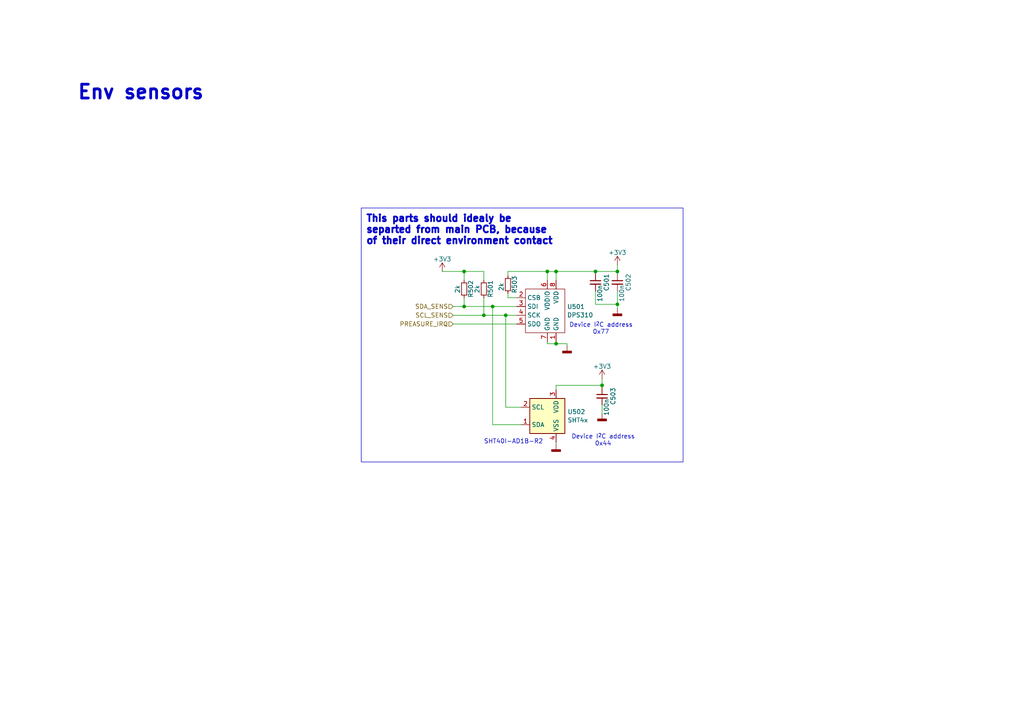
<source format=kicad_sch>
(kicad_sch (version 20230121) (generator eeschema)

  (uuid be615768-e60a-49da-bef4-21e0f2de06db)

  (paper "A4")

  (lib_symbols
    (symbol "CustomSymbols:DPS310" (in_bom yes) (on_board yes)
      (property "Reference" "U" (at -6.35 10.16 0)
        (effects (font (size 1.27 1.27)))
      )
      (property "Value" "DPS310" (at -6.35 7.62 0)
        (effects (font (size 1.27 1.27)))
      )
      (property "Footprint" "Package_LGA:Bosch_LGA-8_2x2.5mm_P0.65mm_ClockwisePinNumbering" (at -2.54 -10.16 0)
        (effects (font (size 1.27 1.27)) hide)
      )
      (property "Datasheet" "" (at 0 0 0)
        (effects (font (size 1.27 1.27)) hide)
      )
      (symbol "DPS310_0_1"
        (rectangle (start -6.35 6.35) (end 5.08 -6.35)
          (stroke (width 0) (type default))
          (fill (type none))
        )
        (rectangle (start -2.54 5.08) (end -2.54 5.08)
          (stroke (width 0) (type default))
          (fill (type none))
        )
      )
      (symbol "DPS310_1_1"
        (pin power_out line (at 2.54 -8.89 90) (length 2.54)
          (name "GND" (effects (font (size 1.27 1.27))))
          (number "1" (effects (font (size 1.27 1.27))))
        )
        (pin input line (at -8.89 3.81 0) (length 2.54)
          (name "CSB" (effects (font (size 1.27 1.27))))
          (number "2" (effects (font (size 1.27 1.27))))
        )
        (pin input line (at -8.89 1.27 0) (length 2.54)
          (name "SDI" (effects (font (size 1.27 1.27))))
          (number "3" (effects (font (size 1.27 1.27))))
        )
        (pin input line (at -8.89 -1.27 0) (length 2.54)
          (name "SCK" (effects (font (size 1.27 1.27))))
          (number "4" (effects (font (size 1.27 1.27))))
        )
        (pin output line (at -8.89 -3.81 0) (length 2.54)
          (name "SDO" (effects (font (size 1.27 1.27))))
          (number "5" (effects (font (size 1.27 1.27))))
        )
        (pin power_out line (at 0 8.89 270) (length 2.54)
          (name "VDDIO" (effects (font (size 1.27 1.27))))
          (number "6" (effects (font (size 1.27 1.27))))
        )
        (pin power_out line (at 0 -8.89 90) (length 2.54)
          (name "GND" (effects (font (size 1.27 1.27))))
          (number "7" (effects (font (size 1.27 1.27))))
        )
        (pin power_in line (at 2.54 8.89 270) (length 2.54)
          (name "VDD" (effects (font (size 1.27 1.27))))
          (number "8" (effects (font (size 1.27 1.27))))
        )
      )
    )
    (symbol "Device:C_Small" (pin_numbers hide) (pin_names (offset 0.254) hide) (in_bom yes) (on_board yes)
      (property "Reference" "C" (at 0.254 1.778 0)
        (effects (font (size 1.27 1.27)) (justify left))
      )
      (property "Value" "C_Small" (at 0.254 -2.032 0)
        (effects (font (size 1.27 1.27)) (justify left))
      )
      (property "Footprint" "" (at 0 0 0)
        (effects (font (size 1.27 1.27)) hide)
      )
      (property "Datasheet" "~" (at 0 0 0)
        (effects (font (size 1.27 1.27)) hide)
      )
      (property "ki_keywords" "capacitor cap" (at 0 0 0)
        (effects (font (size 1.27 1.27)) hide)
      )
      (property "ki_description" "Unpolarized capacitor, small symbol" (at 0 0 0)
        (effects (font (size 1.27 1.27)) hide)
      )
      (property "ki_fp_filters" "C_*" (at 0 0 0)
        (effects (font (size 1.27 1.27)) hide)
      )
      (symbol "C_Small_0_1"
        (polyline
          (pts
            (xy -1.524 -0.508)
            (xy 1.524 -0.508)
          )
          (stroke (width 0.3302) (type default))
          (fill (type none))
        )
        (polyline
          (pts
            (xy -1.524 0.508)
            (xy 1.524 0.508)
          )
          (stroke (width 0.3048) (type default))
          (fill (type none))
        )
      )
      (symbol "C_Small_1_1"
        (pin passive line (at 0 2.54 270) (length 2.032)
          (name "~" (effects (font (size 1.27 1.27))))
          (number "1" (effects (font (size 1.27 1.27))))
        )
        (pin passive line (at 0 -2.54 90) (length 2.032)
          (name "~" (effects (font (size 1.27 1.27))))
          (number "2" (effects (font (size 1.27 1.27))))
        )
      )
    )
    (symbol "Device:R_Small" (pin_numbers hide) (pin_names (offset 0.254) hide) (in_bom yes) (on_board yes)
      (property "Reference" "R" (at 0.762 0.508 0)
        (effects (font (size 1.27 1.27)) (justify left))
      )
      (property "Value" "R_Small" (at 0.762 -1.016 0)
        (effects (font (size 1.27 1.27)) (justify left))
      )
      (property "Footprint" "" (at 0 0 0)
        (effects (font (size 1.27 1.27)) hide)
      )
      (property "Datasheet" "~" (at 0 0 0)
        (effects (font (size 1.27 1.27)) hide)
      )
      (property "ki_keywords" "R resistor" (at 0 0 0)
        (effects (font (size 1.27 1.27)) hide)
      )
      (property "ki_description" "Resistor, small symbol" (at 0 0 0)
        (effects (font (size 1.27 1.27)) hide)
      )
      (property "ki_fp_filters" "R_*" (at 0 0 0)
        (effects (font (size 1.27 1.27)) hide)
      )
      (symbol "R_Small_0_1"
        (rectangle (start -0.762 1.778) (end 0.762 -1.778)
          (stroke (width 0.2032) (type default))
          (fill (type none))
        )
      )
      (symbol "R_Small_1_1"
        (pin passive line (at 0 2.54 270) (length 0.762)
          (name "~" (effects (font (size 1.27 1.27))))
          (number "1" (effects (font (size 1.27 1.27))))
        )
        (pin passive line (at 0 -2.54 90) (length 0.762)
          (name "~" (effects (font (size 1.27 1.27))))
          (number "2" (effects (font (size 1.27 1.27))))
        )
      )
    )
    (symbol "Sensor_Humidity:SHT4x" (in_bom yes) (on_board yes)
      (property "Reference" "U" (at 0 8.89 0)
        (effects (font (size 1.27 1.27)) (justify right))
      )
      (property "Value" "SHT4x" (at 0 6.35 0)
        (effects (font (size 1.27 1.27)) (justify right))
      )
      (property "Footprint" "Sensor_Humidity:Sensirion_DFN-4_1.5x1.5mm_P0.8mm_SHT4x_NoCentralPad" (at 3.81 -6.35 0)
        (effects (font (size 1.27 1.27)) (justify left) hide)
      )
      (property "Datasheet" "https://sensirion.com/media/documents/33FD6951/624C4357/Datasheet_SHT4x.pdf" (at 3.81 -8.89 0)
        (effects (font (size 1.27 1.27)) (justify left) hide)
      )
      (property "ki_keywords" "Sensirion environment environmental measurement digital SHT40 SHT41 SHT45" (at 0 0 0)
        (effects (font (size 1.27 1.27)) hide)
      )
      (property "ki_description" "Digital Humidity and Temperature Sensor, +/-1%RH, +/-0.1degC, I2C, 1.08-3.6V, 16bit, DFN-4" (at 0 0 0)
        (effects (font (size 1.27 1.27)) hide)
      )
      (property "ki_fp_filters" "Sensirion?DFN*1.5x1.5mm*P0.8mm*SHT4x*" (at 0 0 0)
        (effects (font (size 1.27 1.27)) hide)
      )
      (symbol "SHT4x_1_1"
        (rectangle (start -5.08 5.08) (end 5.08 -5.08)
          (stroke (width 0.254) (type default))
          (fill (type background))
        )
        (pin bidirectional line (at -7.62 -2.54 0) (length 2.54)
          (name "SDA" (effects (font (size 1.27 1.27))))
          (number "1" (effects (font (size 1.27 1.27))))
        )
        (pin input line (at -7.62 2.54 0) (length 2.54)
          (name "SCL" (effects (font (size 1.27 1.27))))
          (number "2" (effects (font (size 1.27 1.27))))
        )
        (pin power_in line (at 2.54 7.62 270) (length 2.54)
          (name "VDD" (effects (font (size 1.27 1.27))))
          (number "3" (effects (font (size 1.27 1.27))))
        )
        (pin power_in line (at 2.54 -7.62 90) (length 2.54)
          (name "VSS" (effects (font (size 1.27 1.27))))
          (number "4" (effects (font (size 1.27 1.27))))
        )
      )
    )
    (symbol "power:+3V3" (power) (pin_names (offset 0)) (in_bom yes) (on_board yes)
      (property "Reference" "#PWR" (at 0 -3.81 0)
        (effects (font (size 1.27 1.27)) hide)
      )
      (property "Value" "+3V3" (at 0 3.556 0)
        (effects (font (size 1.27 1.27)))
      )
      (property "Footprint" "" (at 0 0 0)
        (effects (font (size 1.27 1.27)) hide)
      )
      (property "Datasheet" "" (at 0 0 0)
        (effects (font (size 1.27 1.27)) hide)
      )
      (property "ki_keywords" "power-flag" (at 0 0 0)
        (effects (font (size 1.27 1.27)) hide)
      )
      (property "ki_description" "Power symbol creates a global label with name \"+3V3\"" (at 0 0 0)
        (effects (font (size 1.27 1.27)) hide)
      )
      (symbol "+3V3_0_1"
        (polyline
          (pts
            (xy -0.762 1.27)
            (xy 0 2.54)
          )
          (stroke (width 0) (type default))
          (fill (type none))
        )
        (polyline
          (pts
            (xy 0 0)
            (xy 0 2.54)
          )
          (stroke (width 0) (type default))
          (fill (type none))
        )
        (polyline
          (pts
            (xy 0 2.54)
            (xy 0.762 1.27)
          )
          (stroke (width 0) (type default))
          (fill (type none))
        )
      )
      (symbol "+3V3_1_1"
        (pin power_in line (at 0 0 90) (length 0) hide
          (name "+3V3" (effects (font (size 1.27 1.27))))
          (number "1" (effects (font (size 1.27 1.27))))
        )
      )
    )
    (symbol "power:GNDD" (power) (pin_names (offset 0)) (in_bom yes) (on_board yes)
      (property "Reference" "#PWR" (at 0 -6.35 0)
        (effects (font (size 1.27 1.27)) hide)
      )
      (property "Value" "GNDD" (at 0 -3.175 0)
        (effects (font (size 1.27 1.27)))
      )
      (property "Footprint" "" (at 0 0 0)
        (effects (font (size 1.27 1.27)) hide)
      )
      (property "Datasheet" "" (at 0 0 0)
        (effects (font (size 1.27 1.27)) hide)
      )
      (property "ki_keywords" "power-flag" (at 0 0 0)
        (effects (font (size 1.27 1.27)) hide)
      )
      (property "ki_description" "Power symbol creates a global label with name \"GNDD\" , digital ground" (at 0 0 0)
        (effects (font (size 1.27 1.27)) hide)
      )
      (symbol "GNDD_0_1"
        (rectangle (start -1.27 -1.524) (end 1.27 -2.032)
          (stroke (width 0.254) (type default))
          (fill (type outline))
        )
        (polyline
          (pts
            (xy 0 0)
            (xy 0 -1.524)
          )
          (stroke (width 0) (type default))
          (fill (type none))
        )
      )
      (symbol "GNDD_1_1"
        (pin power_in line (at 0 0 270) (length 0) hide
          (name "GNDD" (effects (font (size 1.27 1.27))))
          (number "1" (effects (font (size 1.27 1.27))))
        )
      )
    )
  )

  (junction (at 179.07 88.265) (diameter 0) (color 0 0 0 0)
    (uuid 0ca562e2-1ee3-4ab1-b9af-002f2764d5a5)
  )
  (junction (at 146.685 91.44) (diameter 0) (color 0 0 0 0)
    (uuid 2f002d95-ec43-4cd3-adf6-3be4a61b21d0)
  )
  (junction (at 174.625 111.76) (diameter 0) (color 0 0 0 0)
    (uuid 3dddc748-e3c6-4f34-b7d2-aad38ac5f4b9)
  )
  (junction (at 140.335 91.44) (diameter 0) (color 0 0 0 0)
    (uuid 5b055e4b-c1fa-4c08-8d4c-d0b9844e15a1)
  )
  (junction (at 158.75 78.74) (diameter 0) (color 0 0 0 0)
    (uuid 74707d1a-5383-4311-866a-4c81cc6db64c)
  )
  (junction (at 179.07 78.74) (diameter 0) (color 0 0 0 0)
    (uuid 7979e686-8ea9-4907-8560-9a4b172af2f3)
  )
  (junction (at 134.62 88.9) (diameter 0) (color 0 0 0 0)
    (uuid 9c55ee51-5ab1-446d-b348-ca4e1975966e)
  )
  (junction (at 142.875 88.9) (diameter 0) (color 0 0 0 0)
    (uuid afdc5ffe-8ed5-4562-969d-f6e4ad07ce10)
  )
  (junction (at 161.29 78.74) (diameter 0) (color 0 0 0 0)
    (uuid b2379d92-a6db-484d-a821-e4f92f259a66)
  )
  (junction (at 161.29 99.695) (diameter 0) (color 0 0 0 0)
    (uuid db3340a2-6609-4348-9ca4-7a11d5f88486)
  )
  (junction (at 134.62 78.74) (diameter 0) (color 0 0 0 0)
    (uuid de0c2509-db56-464f-b95b-0cd018574d80)
  )
  (junction (at 172.72 78.74) (diameter 0) (color 0 0 0 0)
    (uuid f329cb13-9192-4a50-9c6c-3d8eb4024260)
  )

  (wire (pts (xy 140.335 86.36) (xy 140.335 91.44))
    (stroke (width 0) (type default))
    (uuid 00d24a18-6f54-45ee-9975-d97cba213434)
  )
  (wire (pts (xy 172.72 79.375) (xy 172.72 78.74))
    (stroke (width 0) (type default))
    (uuid 0636f433-5ea8-4599-962c-b986e96c4600)
  )
  (wire (pts (xy 161.29 111.76) (xy 174.625 111.76))
    (stroke (width 0) (type default))
    (uuid 07d3aa16-d1f9-4b4b-9d60-428c65290041)
  )
  (wire (pts (xy 179.07 76.835) (xy 179.07 78.74))
    (stroke (width 0) (type default))
    (uuid 0b384e5a-682c-4276-8a94-f1855374d8f7)
  )
  (wire (pts (xy 158.75 78.74) (xy 161.29 78.74))
    (stroke (width 0) (type default))
    (uuid 27cde634-b6dc-4411-872d-91fd1e0268e0)
  )
  (wire (pts (xy 147.32 85.09) (xy 147.32 86.36))
    (stroke (width 0) (type default))
    (uuid 45cce7d8-95e9-4521-b8a3-4351f81082bd)
  )
  (wire (pts (xy 179.07 78.74) (xy 179.07 79.375))
    (stroke (width 0) (type default))
    (uuid 48770ed3-5d6c-4dc1-a694-d130df156a91)
  )
  (wire (pts (xy 174.625 109.855) (xy 174.625 111.76))
    (stroke (width 0) (type default))
    (uuid 4c324e3e-7ce2-4d81-935f-de0ebf85eb7a)
  )
  (wire (pts (xy 161.29 111.76) (xy 161.29 113.03))
    (stroke (width 0) (type default))
    (uuid 518cedea-8c5e-4612-a053-9dcce4b225e9)
  )
  (wire (pts (xy 164.465 99.695) (xy 161.29 99.695))
    (stroke (width 0) (type default))
    (uuid 5788172e-a669-4e94-aabb-e3af63f50e47)
  )
  (wire (pts (xy 131.445 88.9) (xy 134.62 88.9))
    (stroke (width 0) (type default))
    (uuid 58a97278-0dca-4489-85d8-90f2ed606d8c)
  )
  (wire (pts (xy 146.685 91.44) (xy 149.86 91.44))
    (stroke (width 0) (type default))
    (uuid 5fe53dfe-64f0-4d24-ad37-51c44f9ab1b6)
  )
  (wire (pts (xy 142.875 123.19) (xy 151.13 123.19))
    (stroke (width 0) (type default))
    (uuid 6501636a-54a4-489b-99ce-32194e860451)
  )
  (wire (pts (xy 161.29 78.74) (xy 172.72 78.74))
    (stroke (width 0) (type default))
    (uuid 6dd79043-c1af-4c3f-a45c-109d52370679)
  )
  (wire (pts (xy 134.62 78.74) (xy 140.335 78.74))
    (stroke (width 0) (type default))
    (uuid 790fd2b8-b581-47ba-8c28-6a7b35412628)
  )
  (wire (pts (xy 142.875 88.9) (xy 142.875 123.19))
    (stroke (width 0) (type default))
    (uuid 79d1bbca-45bc-4763-8b5e-07bea9365f2f)
  )
  (wire (pts (xy 158.75 99.695) (xy 158.75 99.06))
    (stroke (width 0) (type default))
    (uuid 79d62a64-1b9d-4b1a-a07d-fb123ebcb0af)
  )
  (wire (pts (xy 161.29 128.27) (xy 161.29 128.905))
    (stroke (width 0) (type default))
    (uuid 7ce08f04-dbd5-4543-b374-2c5e504f2a07)
  )
  (wire (pts (xy 172.72 88.265) (xy 179.07 88.265))
    (stroke (width 0) (type default))
    (uuid 7d5c508a-26e1-4c8a-8ea3-577d769f9031)
  )
  (wire (pts (xy 161.29 99.06) (xy 161.29 99.695))
    (stroke (width 0) (type default))
    (uuid 8686061b-a3fe-4833-ac1d-d7d107c3a5ab)
  )
  (wire (pts (xy 174.625 117.475) (xy 174.625 120.015))
    (stroke (width 0) (type default))
    (uuid 886f2693-ee46-44b7-af12-987574e3dd4b)
  )
  (wire (pts (xy 158.75 78.74) (xy 158.75 81.28))
    (stroke (width 0) (type default))
    (uuid 8d80f64c-0f75-492c-bf18-03367dfeb3e2)
  )
  (wire (pts (xy 179.07 89.535) (xy 179.07 88.265))
    (stroke (width 0) (type default))
    (uuid 9067f6d7-378f-441d-9eac-2dafaebf8d13)
  )
  (wire (pts (xy 134.62 86.36) (xy 134.62 88.9))
    (stroke (width 0) (type default))
    (uuid 982bbd5c-1306-4742-8280-75fb84d2263a)
  )
  (wire (pts (xy 147.32 78.74) (xy 158.75 78.74))
    (stroke (width 0) (type default))
    (uuid 99b200d9-987d-4089-80e4-360ebba872ac)
  )
  (wire (pts (xy 146.685 91.44) (xy 146.685 118.11))
    (stroke (width 0) (type default))
    (uuid a33689fb-356a-454d-89c0-de133caf4856)
  )
  (wire (pts (xy 161.29 78.74) (xy 161.29 81.28))
    (stroke (width 0) (type default))
    (uuid a4f501c0-69dc-48df-90ad-cbb62cb0fe73)
  )
  (wire (pts (xy 131.445 93.98) (xy 149.86 93.98))
    (stroke (width 0) (type default))
    (uuid a7643e17-23bd-4244-acfd-e1f9d2c54069)
  )
  (wire (pts (xy 140.335 91.44) (xy 146.685 91.44))
    (stroke (width 0) (type default))
    (uuid ace31c07-8c54-4d37-b021-3eec6c17471d)
  )
  (wire (pts (xy 140.335 78.74) (xy 140.335 81.28))
    (stroke (width 0) (type default))
    (uuid b0d5bf9d-20f2-4cdb-8ee6-4b5368439509)
  )
  (wire (pts (xy 134.62 88.9) (xy 142.875 88.9))
    (stroke (width 0) (type default))
    (uuid b15da7a2-dcbb-4e26-bac5-b45f21058230)
  )
  (wire (pts (xy 161.29 99.695) (xy 158.75 99.695))
    (stroke (width 0) (type default))
    (uuid b7a72934-90c4-4906-8c24-79cc63305120)
  )
  (wire (pts (xy 179.07 78.74) (xy 172.72 78.74))
    (stroke (width 0) (type default))
    (uuid bd957b06-9117-4ad2-9c2c-67276d1f5b9c)
  )
  (wire (pts (xy 164.465 100.33) (xy 164.465 99.695))
    (stroke (width 0) (type default))
    (uuid c1de18e6-2730-427d-b037-31cba297ccf7)
  )
  (wire (pts (xy 179.07 84.455) (xy 179.07 88.265))
    (stroke (width 0) (type default))
    (uuid c83ebe1e-90d9-4379-a9c3-d5a580e1a43c)
  )
  (wire (pts (xy 134.62 78.74) (xy 134.62 81.28))
    (stroke (width 0) (type default))
    (uuid c89d3cf0-c228-47fb-acc5-8c95841dc780)
  )
  (wire (pts (xy 174.625 111.76) (xy 174.625 112.395))
    (stroke (width 0) (type default))
    (uuid cde46555-8863-4245-a9d3-6baed20ab5fe)
  )
  (wire (pts (xy 146.685 118.11) (xy 151.13 118.11))
    (stroke (width 0) (type default))
    (uuid df7d8048-39f1-4fbb-845b-3eeb61f2c82e)
  )
  (wire (pts (xy 147.32 80.01) (xy 147.32 78.74))
    (stroke (width 0) (type default))
    (uuid e9beaf2e-7fcd-4f27-a552-c3007e076b58)
  )
  (wire (pts (xy 147.32 86.36) (xy 149.86 86.36))
    (stroke (width 0) (type default))
    (uuid edffc424-9d4d-40d5-84c2-37ca49396cf6)
  )
  (wire (pts (xy 128.27 78.74) (xy 134.62 78.74))
    (stroke (width 0) (type default))
    (uuid efa0270f-1854-4365-a46c-cf7ebfd4cb5a)
  )
  (wire (pts (xy 142.875 88.9) (xy 149.86 88.9))
    (stroke (width 0) (type default))
    (uuid f083d36f-e949-43ca-bb3d-5b55a73a9ebc)
  )
  (wire (pts (xy 131.445 91.44) (xy 140.335 91.44))
    (stroke (width 0) (type default))
    (uuid f2380fe2-1f70-48e7-8e73-87664f1943dc)
  )
  (wire (pts (xy 172.72 84.455) (xy 172.72 88.265))
    (stroke (width 0) (type default))
    (uuid f6a19b91-19b9-47b3-b9e9-565fc0b11661)
  )

  (rectangle (start 104.775 60.325) (end 198.12 133.985)
    (stroke (width 0) (type default))
    (fill (type none))
    (uuid c3e55de8-0d36-400e-a1d2-25184f4b3dc3)
  )

  (text "This parts should idealy be\nseparted from main PCB, because\nof their direct environment contact"
    (at 106.045 71.12 0)
    (effects (font (size 2 2) (thickness 0.8) bold) (justify left bottom))
    (uuid 1c788e33-d5f7-456b-82a4-58a09262f34f)
  )
  (text "Env sensors" (at 22.225 29.21 0)
    (effects (font (size 4 4) (thickness 0.8) bold) (justify left bottom))
    (uuid 301802b6-7f05-4aab-9e7c-cfdc1fbee402)
  )
  (text "SHT40I-AD1B-R2" (at 140.335 128.905 0)
    (effects (font (size 1.27 1.27)) (justify left bottom))
    (uuid b1657f2b-19b1-4dcf-b966-8974d5812624)
  )
  (text "Device I^{2}C address\n       0x77" (at 165.1 97.155 0)
    (effects (font (size 1.27 1.27)) (justify left bottom))
    (uuid be0a22b0-538f-47bb-8d75-a8ed627b0f03)
  )
  (text "Device I^{2}C address\n       0x44" (at 165.735 129.54 0)
    (effects (font (size 1.27 1.27)) (justify left bottom))
    (uuid f5e8177a-91d8-4ff4-b04d-ef2437e29003)
  )

  (hierarchical_label "SCL_SENS" (shape input) (at 131.445 91.44 180) (fields_autoplaced)
    (effects (font (size 1.27 1.27)) (justify right))
    (uuid 400a1fbd-b8d1-43b9-b653-3d6d70c6a7ee)
  )
  (hierarchical_label "SDA_SENS" (shape input) (at 131.445 88.9 180) (fields_autoplaced)
    (effects (font (size 1.27 1.27)) (justify right))
    (uuid 76fd08a3-0b68-4be1-b60d-3c0332526375)
  )
  (hierarchical_label "PREASURE_IRQ" (shape input) (at 131.445 93.98 180) (fields_autoplaced)
    (effects (font (size 1.27 1.27)) (justify right))
    (uuid eb960c21-8fd4-4d92-8014-0939dd8b4c3f)
  )

  (symbol (lib_id "Device:C_Small") (at 174.625 114.935 0) (mirror y) (unit 1)
    (in_bom yes) (on_board yes) (dnp no)
    (uuid 115ccce2-4e36-4737-a7db-8797895c87d6)
    (property "Reference" "C503" (at 177.8 114.935 90)
      (effects (font (size 1.27 1.27)))
    )
    (property "Value" "100n" (at 175.895 118.11 90)
      (effects (font (size 1.27 1.27)))
    )
    (property "Footprint" "Capacitor_SMD:C_0805_2012Metric_Pad1.18x1.45mm_HandSolder" (at 174.625 114.935 0)
      (effects (font (size 1.27 1.27)) hide)
    )
    (property "Datasheet" "~" (at 174.625 114.935 0)
      (effects (font (size 1.27 1.27)) hide)
    )
    (pin "1" (uuid 77591427-fe39-4094-95a6-5c2aa5ad021c))
    (pin "2" (uuid 396917a4-b3e9-49db-8e8a-6b20be4caf1a))
    (instances
      (project "Weatherever_board_rev1"
        (path "/e63e39d7-6ac0-4ffd-8aa3-1841a4541b55/7c3e3c79-57cf-42ee-9db4-63e2490a064e"
          (reference "C503") (unit 1)
        )
      )
    )
  )

  (symbol (lib_id "Device:R_Small") (at 147.32 82.55 0) (mirror x) (unit 1)
    (in_bom yes) (on_board yes) (dnp no)
    (uuid 129693b7-c955-4fa3-8512-6aa0a84648c0)
    (property "Reference" "R503" (at 149.225 85.09 90)
      (effects (font (size 1.27 1.27)) (justify right))
    )
    (property "Value" "2k" (at 145.415 84.455 90)
      (effects (font (size 1.27 1.27)) (justify right))
    )
    (property "Footprint" "Resistor_SMD:R_0805_2012Metric_Pad1.20x1.40mm_HandSolder" (at 147.32 82.55 0)
      (effects (font (size 1.27 1.27)) hide)
    )
    (property "Datasheet" "~" (at 147.32 82.55 0)
      (effects (font (size 1.27 1.27)) hide)
    )
    (pin "1" (uuid 27d8b95f-d772-4f32-8935-8a2d8c12f571))
    (pin "2" (uuid 8bb230e9-956e-4724-8244-ddb6a6d56c38))
    (instances
      (project "Weatherever_board_rev1"
        (path "/e63e39d7-6ac0-4ffd-8aa3-1841a4541b55/7c3e3c79-57cf-42ee-9db4-63e2490a064e"
          (reference "R503") (unit 1)
        )
      )
    )
  )

  (symbol (lib_id "CustomSymbols:DPS310") (at 158.75 90.17 0) (unit 1)
    (in_bom yes) (on_board yes) (dnp no) (fields_autoplaced)
    (uuid 2fcb1fa3-b6f5-4bb6-908e-1bbc9bcafa23)
    (property "Reference" "U501" (at 164.465 88.9579 0)
      (effects (font (size 1.27 1.27)) (justify left))
    )
    (property "Value" "DPS310" (at 164.465 91.3821 0)
      (effects (font (size 1.27 1.27)) (justify left))
    )
    (property "Footprint" "Package_LGA:Bosch_LGA-8_2x2.5mm_P0.65mm_ClockwisePinNumbering" (at 156.21 100.33 0)
      (effects (font (size 1.27 1.27)) hide)
    )
    (property "Datasheet" "" (at 158.75 90.17 0)
      (effects (font (size 1.27 1.27)) hide)
    )
    (pin "1" (uuid 090bf83e-e169-4abd-baec-5471c912a6f2))
    (pin "2" (uuid 827a9166-ef77-4770-a6a8-4a5ece37956c))
    (pin "3" (uuid 13c75644-ceb8-4c67-8cd1-df2f72c22f3e))
    (pin "4" (uuid da263bdc-f2a1-4f19-a09d-42d8a13206f6))
    (pin "5" (uuid cd081efe-1ab5-4c55-b787-68dc532e3a32))
    (pin "6" (uuid 4ab68ebb-3e32-4991-85b6-372cc556a43c))
    (pin "7" (uuid 1a29bb49-5a59-44fd-a7da-51a93db72b15))
    (pin "8" (uuid 9fabbf91-7429-42df-8b7e-c82da3996e90))
    (instances
      (project "Weatherever_board_rev1"
        (path "/e63e39d7-6ac0-4ffd-8aa3-1841a4541b55/7c3e3c79-57cf-42ee-9db4-63e2490a064e"
          (reference "U501") (unit 1)
        )
      )
    )
  )

  (symbol (lib_id "power:GNDD") (at 164.465 100.33 0) (mirror y) (unit 1)
    (in_bom yes) (on_board yes) (dnp no)
    (uuid 353ac8c5-924c-4cb2-a1a7-77f00edc404e)
    (property "Reference" "#PWR0502" (at 164.465 106.68 0)
      (effects (font (size 1.27 1.27)) hide)
    )
    (property "Value" "GNDD" (at 161.925 104.775 90)
      (effects (font (size 1.27 1.27)) (justify left) hide)
    )
    (property "Footprint" "" (at 164.465 100.33 0)
      (effects (font (size 1.27 1.27)) hide)
    )
    (property "Datasheet" "" (at 164.465 100.33 0)
      (effects (font (size 1.27 1.27)) hide)
    )
    (pin "1" (uuid 4c5f4204-6a87-4e6c-a169-258a164e573e))
    (instances
      (project "Weatherever_board_rev1"
        (path "/e63e39d7-6ac0-4ffd-8aa3-1841a4541b55/7c3e3c79-57cf-42ee-9db4-63e2490a064e"
          (reference "#PWR0502") (unit 1)
        )
      )
    )
  )

  (symbol (lib_id "Device:C_Small") (at 172.72 81.915 0) (mirror y) (unit 1)
    (in_bom yes) (on_board yes) (dnp no)
    (uuid 39a17bc4-3e93-4bd7-b682-d5b5cb947782)
    (property "Reference" "C501" (at 175.895 81.915 90)
      (effects (font (size 1.27 1.27)))
    )
    (property "Value" "100n" (at 173.99 85.09 90)
      (effects (font (size 1.27 1.27)))
    )
    (property "Footprint" "Capacitor_SMD:C_0805_2012Metric_Pad1.18x1.45mm_HandSolder" (at 172.72 81.915 0)
      (effects (font (size 1.27 1.27)) hide)
    )
    (property "Datasheet" "~" (at 172.72 81.915 0)
      (effects (font (size 1.27 1.27)) hide)
    )
    (pin "1" (uuid 7d326b37-ab5e-44d1-b94f-8bb8a3082b83))
    (pin "2" (uuid 129e761d-c30b-493f-b959-af1e6d64ec11))
    (instances
      (project "Weatherever_board_rev1"
        (path "/e63e39d7-6ac0-4ffd-8aa3-1841a4541b55/7c3e3c79-57cf-42ee-9db4-63e2490a064e"
          (reference "C501") (unit 1)
        )
      )
    )
  )

  (symbol (lib_id "power:+3V3") (at 179.07 76.835 0) (mirror y) (unit 1)
    (in_bom yes) (on_board yes) (dnp no) (fields_autoplaced)
    (uuid 48a4e068-84d2-4c9d-b853-4ddfa021b290)
    (property "Reference" "#PWR0501" (at 179.07 80.645 0)
      (effects (font (size 1.27 1.27)) hide)
    )
    (property "Value" "+3V3" (at 179.07 73.2592 0)
      (effects (font (size 1.27 1.27)))
    )
    (property "Footprint" "" (at 179.07 76.835 0)
      (effects (font (size 1.27 1.27)) hide)
    )
    (property "Datasheet" "" (at 179.07 76.835 0)
      (effects (font (size 1.27 1.27)) hide)
    )
    (pin "1" (uuid 70889adc-bd89-45be-bec2-fcc09985411f))
    (instances
      (project "Weatherever_board_rev1"
        (path "/e63e39d7-6ac0-4ffd-8aa3-1841a4541b55/7c3e3c79-57cf-42ee-9db4-63e2490a064e"
          (reference "#PWR0501") (unit 1)
        )
      )
    )
  )

  (symbol (lib_id "power:GNDD") (at 161.29 128.905 0) (mirror y) (unit 1)
    (in_bom yes) (on_board yes) (dnp no)
    (uuid 64d60299-d9db-41d8-be23-c5a1dfcb08cd)
    (property "Reference" "#PWR0505" (at 161.29 135.255 0)
      (effects (font (size 1.27 1.27)) hide)
    )
    (property "Value" "GNDD" (at 158.75 133.35 90)
      (effects (font (size 1.27 1.27)) (justify left) hide)
    )
    (property "Footprint" "" (at 161.29 128.905 0)
      (effects (font (size 1.27 1.27)) hide)
    )
    (property "Datasheet" "" (at 161.29 128.905 0)
      (effects (font (size 1.27 1.27)) hide)
    )
    (pin "1" (uuid 91484958-2456-4f11-ad3e-a210b6254e50))
    (instances
      (project "Weatherever_board_rev1"
        (path "/e63e39d7-6ac0-4ffd-8aa3-1841a4541b55/7c3e3c79-57cf-42ee-9db4-63e2490a064e"
          (reference "#PWR0505") (unit 1)
        )
      )
    )
  )

  (symbol (lib_id "power:+3V3") (at 128.27 78.74 0) (mirror y) (unit 1)
    (in_bom yes) (on_board yes) (dnp no) (fields_autoplaced)
    (uuid 69a5e7c6-d58d-486b-b1aa-bc812b05b9a0)
    (property "Reference" "#PWR0508" (at 128.27 82.55 0)
      (effects (font (size 1.27 1.27)) hide)
    )
    (property "Value" "+3V3" (at 128.27 75.1642 0)
      (effects (font (size 1.27 1.27)))
    )
    (property "Footprint" "" (at 128.27 78.74 0)
      (effects (font (size 1.27 1.27)) hide)
    )
    (property "Datasheet" "" (at 128.27 78.74 0)
      (effects (font (size 1.27 1.27)) hide)
    )
    (pin "1" (uuid 6702cbe3-e400-4006-a87f-e5864be0f333))
    (instances
      (project "Weatherever_board_rev1"
        (path "/e63e39d7-6ac0-4ffd-8aa3-1841a4541b55/7c3e3c79-57cf-42ee-9db4-63e2490a064e"
          (reference "#PWR0508") (unit 1)
        )
      )
    )
  )

  (symbol (lib_id "power:GNDD") (at 179.07 89.535 0) (mirror y) (unit 1)
    (in_bom yes) (on_board yes) (dnp no)
    (uuid 72f9194a-c229-45f5-a94b-62ebf5a8ac18)
    (property "Reference" "#PWR0504" (at 179.07 95.885 0)
      (effects (font (size 1.27 1.27)) hide)
    )
    (property "Value" "GNDD" (at 176.53 93.98 90)
      (effects (font (size 1.27 1.27)) (justify left) hide)
    )
    (property "Footprint" "" (at 179.07 89.535 0)
      (effects (font (size 1.27 1.27)) hide)
    )
    (property "Datasheet" "" (at 179.07 89.535 0)
      (effects (font (size 1.27 1.27)) hide)
    )
    (pin "1" (uuid c77db46e-c6c0-4524-bfe1-7998e1b26955))
    (instances
      (project "Weatherever_board_rev1"
        (path "/e63e39d7-6ac0-4ffd-8aa3-1841a4541b55/7c3e3c79-57cf-42ee-9db4-63e2490a064e"
          (reference "#PWR0504") (unit 1)
        )
      )
    )
  )

  (symbol (lib_id "Sensor_Humidity:SHT4x") (at 158.75 120.65 0) (unit 1)
    (in_bom yes) (on_board yes) (dnp no) (fields_autoplaced)
    (uuid 9c3d3d55-fc54-46b4-bd30-dcc139b457ab)
    (property "Reference" "U502" (at 164.592 119.4379 0)
      (effects (font (size 1.27 1.27)) (justify left))
    )
    (property "Value" "SHT4x" (at 164.592 121.8621 0)
      (effects (font (size 1.27 1.27)) (justify left))
    )
    (property "Footprint" "Sensor_Humidity:Sensirion_DFN-4_1.5x1.5mm_P0.8mm_SHT4x_NoCentralPad" (at 162.56 127 0)
      (effects (font (size 1.27 1.27)) (justify left) hide)
    )
    (property "Datasheet" "https://sensirion.com/media/documents/33FD6951/624C4357/Datasheet_SHT4x.pdf" (at 162.56 129.54 0)
      (effects (font (size 1.27 1.27)) (justify left) hide)
    )
    (pin "1" (uuid 44a54fac-c8f7-4177-bcf2-39685a33f289))
    (pin "2" (uuid cfcd4bc4-eb8d-4e82-bbb8-a572dab32c28))
    (pin "3" (uuid ebbc27fb-bb00-4e43-8af6-8494bf37a9bc))
    (pin "4" (uuid eb4c26bd-b345-4c77-9a7b-7e95b8c42473))
    (instances
      (project "Weatherever_board_rev1"
        (path "/e63e39d7-6ac0-4ffd-8aa3-1841a4541b55/7c3e3c79-57cf-42ee-9db4-63e2490a064e"
          (reference "U502") (unit 1)
        )
      )
    )
  )

  (symbol (lib_id "Device:C_Small") (at 179.07 81.915 0) (mirror y) (unit 1)
    (in_bom yes) (on_board yes) (dnp no)
    (uuid 9c78bdb0-e180-4575-8e31-2429883b96cf)
    (property "Reference" "C502" (at 182.245 81.915 90)
      (effects (font (size 1.27 1.27)))
    )
    (property "Value" "100n" (at 180.34 85.09 90)
      (effects (font (size 1.27 1.27)))
    )
    (property "Footprint" "Capacitor_SMD:C_0805_2012Metric_Pad1.18x1.45mm_HandSolder" (at 179.07 81.915 0)
      (effects (font (size 1.27 1.27)) hide)
    )
    (property "Datasheet" "~" (at 179.07 81.915 0)
      (effects (font (size 1.27 1.27)) hide)
    )
    (pin "1" (uuid 819757eb-b0a8-4d25-84a7-85d803f0bf67))
    (pin "2" (uuid 80ed23f2-7df7-4288-b6ec-8ccec3c6497d))
    (instances
      (project "Weatherever_board_rev1"
        (path "/e63e39d7-6ac0-4ffd-8aa3-1841a4541b55/7c3e3c79-57cf-42ee-9db4-63e2490a064e"
          (reference "C502") (unit 1)
        )
      )
    )
  )

  (symbol (lib_id "Device:R_Small") (at 134.62 83.82 0) (mirror x) (unit 1)
    (in_bom yes) (on_board yes) (dnp no)
    (uuid b7cb2536-6c67-46fb-a06f-fbf04f326b4e)
    (property "Reference" "R502" (at 136.525 86.36 90)
      (effects (font (size 1.27 1.27)) (justify right))
    )
    (property "Value" "2k" (at 132.715 85.09 90)
      (effects (font (size 1.27 1.27)) (justify right))
    )
    (property "Footprint" "Resistor_SMD:R_0805_2012Metric_Pad1.20x1.40mm_HandSolder" (at 134.62 83.82 0)
      (effects (font (size 1.27 1.27)) hide)
    )
    (property "Datasheet" "~" (at 134.62 83.82 0)
      (effects (font (size 1.27 1.27)) hide)
    )
    (pin "1" (uuid 6647e20b-8290-4425-90b3-c834cac4fd0e))
    (pin "2" (uuid 63c7c668-f7b3-477d-97c4-8971134e2ae6))
    (instances
      (project "Weatherever_board_rev1"
        (path "/e63e39d7-6ac0-4ffd-8aa3-1841a4541b55/7c3e3c79-57cf-42ee-9db4-63e2490a064e"
          (reference "R502") (unit 1)
        )
      )
    )
  )

  (symbol (lib_id "Device:R_Small") (at 140.335 83.82 0) (mirror x) (unit 1)
    (in_bom yes) (on_board yes) (dnp no)
    (uuid bea73e33-f6af-4514-b5dc-1ae60d4b6e21)
    (property "Reference" "R501" (at 142.24 86.36 90)
      (effects (font (size 1.27 1.27)) (justify right))
    )
    (property "Value" "2k" (at 138.43 85.09 90)
      (effects (font (size 1.27 1.27)) (justify right))
    )
    (property "Footprint" "Resistor_SMD:R_0805_2012Metric_Pad1.20x1.40mm_HandSolder" (at 140.335 83.82 0)
      (effects (font (size 1.27 1.27)) hide)
    )
    (property "Datasheet" "~" (at 140.335 83.82 0)
      (effects (font (size 1.27 1.27)) hide)
    )
    (pin "1" (uuid 837d8568-ebd2-431d-89bb-d024c7912490))
    (pin "2" (uuid f4aacfd1-06f9-433f-896e-a0151557f96f))
    (instances
      (project "Weatherever_board_rev1"
        (path "/e63e39d7-6ac0-4ffd-8aa3-1841a4541b55/7c3e3c79-57cf-42ee-9db4-63e2490a064e"
          (reference "R501") (unit 1)
        )
      )
    )
  )

  (symbol (lib_id "power:+3V3") (at 174.625 109.855 0) (mirror y) (unit 1)
    (in_bom yes) (on_board yes) (dnp no) (fields_autoplaced)
    (uuid f3b828d8-7e1f-4161-84f1-6a3188d6d745)
    (property "Reference" "#PWR0506" (at 174.625 113.665 0)
      (effects (font (size 1.27 1.27)) hide)
    )
    (property "Value" "+3V3" (at 174.625 106.2792 0)
      (effects (font (size 1.27 1.27)))
    )
    (property "Footprint" "" (at 174.625 109.855 0)
      (effects (font (size 1.27 1.27)) hide)
    )
    (property "Datasheet" "" (at 174.625 109.855 0)
      (effects (font (size 1.27 1.27)) hide)
    )
    (pin "1" (uuid b01c003a-6e34-41ef-a8b2-6b513bbcd1e2))
    (instances
      (project "Weatherever_board_rev1"
        (path "/e63e39d7-6ac0-4ffd-8aa3-1841a4541b55/7c3e3c79-57cf-42ee-9db4-63e2490a064e"
          (reference "#PWR0506") (unit 1)
        )
      )
    )
  )

  (symbol (lib_id "power:GNDD") (at 174.625 120.015 0) (mirror y) (unit 1)
    (in_bom yes) (on_board yes) (dnp no)
    (uuid fb1f1c97-5877-480a-a697-b5d05ec58cdc)
    (property "Reference" "#PWR0507" (at 174.625 126.365 0)
      (effects (font (size 1.27 1.27)) hide)
    )
    (property "Value" "GNDD" (at 172.085 124.46 90)
      (effects (font (size 1.27 1.27)) (justify left) hide)
    )
    (property "Footprint" "" (at 174.625 120.015 0)
      (effects (font (size 1.27 1.27)) hide)
    )
    (property "Datasheet" "" (at 174.625 120.015 0)
      (effects (font (size 1.27 1.27)) hide)
    )
    (pin "1" (uuid 1224e2d2-037a-43f8-a85e-c456e0a0b818))
    (instances
      (project "Weatherever_board_rev1"
        (path "/e63e39d7-6ac0-4ffd-8aa3-1841a4541b55/7c3e3c79-57cf-42ee-9db4-63e2490a064e"
          (reference "#PWR0507") (unit 1)
        )
      )
    )
  )
)

</source>
